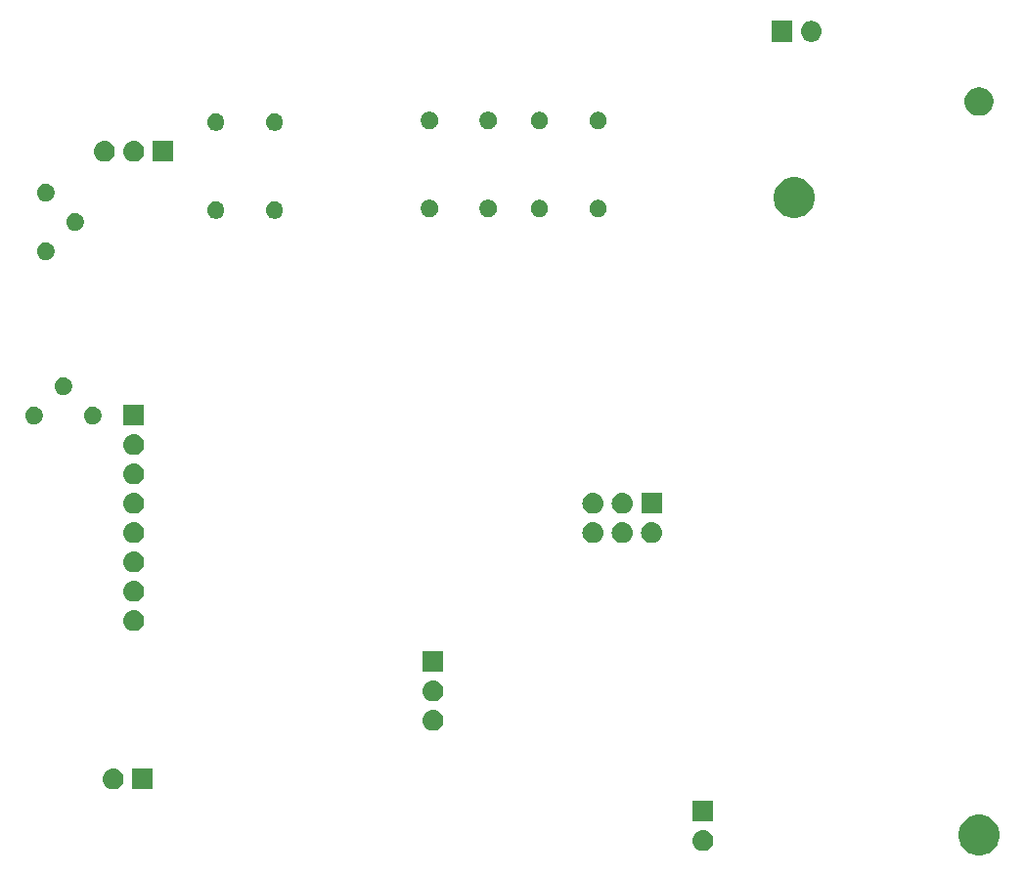
<source format=gbr>
G04 #@! TF.GenerationSoftware,KiCad,Pcbnew,5.1.4-e60b266~84~ubuntu16.04.1*
G04 #@! TF.CreationDate,2019-10-09T19:58:53-07:00*
G04 #@! TF.ProjectId,birdEar,62697264-4561-4722-9e6b-696361645f70,rev?*
G04 #@! TF.SameCoordinates,Original*
G04 #@! TF.FileFunction,Soldermask,Bot*
G04 #@! TF.FilePolarity,Negative*
%FSLAX46Y46*%
G04 Gerber Fmt 4.6, Leading zero omitted, Abs format (unit mm)*
G04 Created by KiCad (PCBNEW 5.1.4-e60b266~84~ubuntu16.04.1) date 2019-10-09 19:58:53*
%MOMM*%
%LPD*%
G04 APERTURE LIST*
%ADD10C,0.100000*%
G04 APERTURE END LIST*
D10*
G36*
X159048039Y-148932250D02*
G01*
X159237372Y-149010675D01*
X159371251Y-149066129D01*
X159662134Y-149260491D01*
X159909509Y-149507866D01*
X160103871Y-149798749D01*
X160103871Y-149798750D01*
X160237750Y-150121961D01*
X160306000Y-150465078D01*
X160306000Y-150814922D01*
X160237750Y-151158039D01*
X160159325Y-151347372D01*
X160103871Y-151481251D01*
X159909509Y-151772134D01*
X159662134Y-152019509D01*
X159371251Y-152213871D01*
X159237372Y-152269325D01*
X159048039Y-152347750D01*
X158704922Y-152416000D01*
X158355078Y-152416000D01*
X158011961Y-152347750D01*
X157822628Y-152269325D01*
X157688749Y-152213871D01*
X157397866Y-152019509D01*
X157150491Y-151772134D01*
X156956129Y-151481251D01*
X156900675Y-151347372D01*
X156822250Y-151158039D01*
X156754000Y-150814922D01*
X156754000Y-150465078D01*
X156822250Y-150121961D01*
X156956129Y-149798750D01*
X156956129Y-149798749D01*
X157150491Y-149507866D01*
X157397866Y-149260491D01*
X157688749Y-149066129D01*
X157822628Y-149010675D01*
X158011961Y-148932250D01*
X158355078Y-148864000D01*
X158704922Y-148864000D01*
X159048039Y-148932250D01*
X159048039Y-148932250D01*
G37*
G36*
X134730442Y-150235518D02*
G01*
X134796627Y-150242037D01*
X134966466Y-150293557D01*
X135122991Y-150377222D01*
X135158729Y-150406552D01*
X135260186Y-150489814D01*
X135343448Y-150591271D01*
X135372778Y-150627009D01*
X135456443Y-150783534D01*
X135507963Y-150953373D01*
X135525359Y-151130000D01*
X135507963Y-151306627D01*
X135456443Y-151476466D01*
X135372778Y-151632991D01*
X135343448Y-151668729D01*
X135260186Y-151770186D01*
X135158729Y-151853448D01*
X135122991Y-151882778D01*
X134966466Y-151966443D01*
X134796627Y-152017963D01*
X134730442Y-152024482D01*
X134664260Y-152031000D01*
X134575740Y-152031000D01*
X134509558Y-152024482D01*
X134443373Y-152017963D01*
X134273534Y-151966443D01*
X134117009Y-151882778D01*
X134081271Y-151853448D01*
X133979814Y-151770186D01*
X133896552Y-151668729D01*
X133867222Y-151632991D01*
X133783557Y-151476466D01*
X133732037Y-151306627D01*
X133714641Y-151130000D01*
X133732037Y-150953373D01*
X133783557Y-150783534D01*
X133867222Y-150627009D01*
X133896552Y-150591271D01*
X133979814Y-150489814D01*
X134081271Y-150406552D01*
X134117009Y-150377222D01*
X134273534Y-150293557D01*
X134443373Y-150242037D01*
X134509558Y-150235518D01*
X134575740Y-150229000D01*
X134664260Y-150229000D01*
X134730442Y-150235518D01*
X134730442Y-150235518D01*
G37*
G36*
X135521000Y-149491000D02*
G01*
X133719000Y-149491000D01*
X133719000Y-147689000D01*
X135521000Y-147689000D01*
X135521000Y-149491000D01*
X135521000Y-149491000D01*
G37*
G36*
X87007000Y-146697000D02*
G01*
X85205000Y-146697000D01*
X85205000Y-144895000D01*
X87007000Y-144895000D01*
X87007000Y-146697000D01*
X87007000Y-146697000D01*
G37*
G36*
X83676442Y-144901518D02*
G01*
X83742627Y-144908037D01*
X83912466Y-144959557D01*
X84068991Y-145043222D01*
X84104729Y-145072552D01*
X84206186Y-145155814D01*
X84289448Y-145257271D01*
X84318778Y-145293009D01*
X84402443Y-145449534D01*
X84453963Y-145619373D01*
X84471359Y-145796000D01*
X84453963Y-145972627D01*
X84402443Y-146142466D01*
X84318778Y-146298991D01*
X84289448Y-146334729D01*
X84206186Y-146436186D01*
X84104729Y-146519448D01*
X84068991Y-146548778D01*
X83912466Y-146632443D01*
X83742627Y-146683963D01*
X83676443Y-146690481D01*
X83610260Y-146697000D01*
X83521740Y-146697000D01*
X83455557Y-146690481D01*
X83389373Y-146683963D01*
X83219534Y-146632443D01*
X83063009Y-146548778D01*
X83027271Y-146519448D01*
X82925814Y-146436186D01*
X82842552Y-146334729D01*
X82813222Y-146298991D01*
X82729557Y-146142466D01*
X82678037Y-145972627D01*
X82660641Y-145796000D01*
X82678037Y-145619373D01*
X82729557Y-145449534D01*
X82813222Y-145293009D01*
X82842552Y-145257271D01*
X82925814Y-145155814D01*
X83027271Y-145072552D01*
X83063009Y-145043222D01*
X83219534Y-144959557D01*
X83389373Y-144908037D01*
X83455558Y-144901518D01*
X83521740Y-144895000D01*
X83610260Y-144895000D01*
X83676442Y-144901518D01*
X83676442Y-144901518D01*
G37*
G36*
X111362443Y-139821519D02*
G01*
X111428627Y-139828037D01*
X111598466Y-139879557D01*
X111754991Y-139963222D01*
X111790729Y-139992552D01*
X111892186Y-140075814D01*
X111975448Y-140177271D01*
X112004778Y-140213009D01*
X112088443Y-140369534D01*
X112139963Y-140539373D01*
X112157359Y-140716000D01*
X112139963Y-140892627D01*
X112088443Y-141062466D01*
X112004778Y-141218991D01*
X111975448Y-141254729D01*
X111892186Y-141356186D01*
X111790729Y-141439448D01*
X111754991Y-141468778D01*
X111598466Y-141552443D01*
X111428627Y-141603963D01*
X111362443Y-141610481D01*
X111296260Y-141617000D01*
X111207740Y-141617000D01*
X111141557Y-141610481D01*
X111075373Y-141603963D01*
X110905534Y-141552443D01*
X110749009Y-141468778D01*
X110713271Y-141439448D01*
X110611814Y-141356186D01*
X110528552Y-141254729D01*
X110499222Y-141218991D01*
X110415557Y-141062466D01*
X110364037Y-140892627D01*
X110346641Y-140716000D01*
X110364037Y-140539373D01*
X110415557Y-140369534D01*
X110499222Y-140213009D01*
X110528552Y-140177271D01*
X110611814Y-140075814D01*
X110713271Y-139992552D01*
X110749009Y-139963222D01*
X110905534Y-139879557D01*
X111075373Y-139828037D01*
X111141557Y-139821519D01*
X111207740Y-139815000D01*
X111296260Y-139815000D01*
X111362443Y-139821519D01*
X111362443Y-139821519D01*
G37*
G36*
X111362442Y-137281518D02*
G01*
X111428627Y-137288037D01*
X111598466Y-137339557D01*
X111754991Y-137423222D01*
X111790729Y-137452552D01*
X111892186Y-137535814D01*
X111975448Y-137637271D01*
X112004778Y-137673009D01*
X112088443Y-137829534D01*
X112139963Y-137999373D01*
X112157359Y-138176000D01*
X112139963Y-138352627D01*
X112088443Y-138522466D01*
X112004778Y-138678991D01*
X111975448Y-138714729D01*
X111892186Y-138816186D01*
X111790729Y-138899448D01*
X111754991Y-138928778D01*
X111598466Y-139012443D01*
X111428627Y-139063963D01*
X111362442Y-139070482D01*
X111296260Y-139077000D01*
X111207740Y-139077000D01*
X111141558Y-139070482D01*
X111075373Y-139063963D01*
X110905534Y-139012443D01*
X110749009Y-138928778D01*
X110713271Y-138899448D01*
X110611814Y-138816186D01*
X110528552Y-138714729D01*
X110499222Y-138678991D01*
X110415557Y-138522466D01*
X110364037Y-138352627D01*
X110346641Y-138176000D01*
X110364037Y-137999373D01*
X110415557Y-137829534D01*
X110499222Y-137673009D01*
X110528552Y-137637271D01*
X110611814Y-137535814D01*
X110713271Y-137452552D01*
X110749009Y-137423222D01*
X110905534Y-137339557D01*
X111075373Y-137288037D01*
X111141558Y-137281518D01*
X111207740Y-137275000D01*
X111296260Y-137275000D01*
X111362442Y-137281518D01*
X111362442Y-137281518D01*
G37*
G36*
X112153000Y-136537000D02*
G01*
X110351000Y-136537000D01*
X110351000Y-134735000D01*
X112153000Y-134735000D01*
X112153000Y-136537000D01*
X112153000Y-136537000D01*
G37*
G36*
X85454442Y-131185518D02*
G01*
X85520627Y-131192037D01*
X85690466Y-131243557D01*
X85846991Y-131327222D01*
X85882729Y-131356552D01*
X85984186Y-131439814D01*
X86067448Y-131541271D01*
X86096778Y-131577009D01*
X86180443Y-131733534D01*
X86231963Y-131903373D01*
X86249359Y-132080000D01*
X86231963Y-132256627D01*
X86180443Y-132426466D01*
X86096778Y-132582991D01*
X86067448Y-132618729D01*
X85984186Y-132720186D01*
X85882729Y-132803448D01*
X85846991Y-132832778D01*
X85690466Y-132916443D01*
X85520627Y-132967963D01*
X85454443Y-132974481D01*
X85388260Y-132981000D01*
X85299740Y-132981000D01*
X85233557Y-132974481D01*
X85167373Y-132967963D01*
X84997534Y-132916443D01*
X84841009Y-132832778D01*
X84805271Y-132803448D01*
X84703814Y-132720186D01*
X84620552Y-132618729D01*
X84591222Y-132582991D01*
X84507557Y-132426466D01*
X84456037Y-132256627D01*
X84438641Y-132080000D01*
X84456037Y-131903373D01*
X84507557Y-131733534D01*
X84591222Y-131577009D01*
X84620552Y-131541271D01*
X84703814Y-131439814D01*
X84805271Y-131356552D01*
X84841009Y-131327222D01*
X84997534Y-131243557D01*
X85167373Y-131192037D01*
X85233558Y-131185518D01*
X85299740Y-131179000D01*
X85388260Y-131179000D01*
X85454442Y-131185518D01*
X85454442Y-131185518D01*
G37*
G36*
X85454443Y-128645519D02*
G01*
X85520627Y-128652037D01*
X85690466Y-128703557D01*
X85846991Y-128787222D01*
X85882729Y-128816552D01*
X85984186Y-128899814D01*
X86067448Y-129001271D01*
X86096778Y-129037009D01*
X86180443Y-129193534D01*
X86231963Y-129363373D01*
X86249359Y-129540000D01*
X86231963Y-129716627D01*
X86180443Y-129886466D01*
X86096778Y-130042991D01*
X86067448Y-130078729D01*
X85984186Y-130180186D01*
X85882729Y-130263448D01*
X85846991Y-130292778D01*
X85690466Y-130376443D01*
X85520627Y-130427963D01*
X85454443Y-130434481D01*
X85388260Y-130441000D01*
X85299740Y-130441000D01*
X85233557Y-130434481D01*
X85167373Y-130427963D01*
X84997534Y-130376443D01*
X84841009Y-130292778D01*
X84805271Y-130263448D01*
X84703814Y-130180186D01*
X84620552Y-130078729D01*
X84591222Y-130042991D01*
X84507557Y-129886466D01*
X84456037Y-129716627D01*
X84438641Y-129540000D01*
X84456037Y-129363373D01*
X84507557Y-129193534D01*
X84591222Y-129037009D01*
X84620552Y-129001271D01*
X84703814Y-128899814D01*
X84805271Y-128816552D01*
X84841009Y-128787222D01*
X84997534Y-128703557D01*
X85167373Y-128652037D01*
X85233557Y-128645519D01*
X85299740Y-128639000D01*
X85388260Y-128639000D01*
X85454443Y-128645519D01*
X85454443Y-128645519D01*
G37*
G36*
X85454443Y-126105519D02*
G01*
X85520627Y-126112037D01*
X85690466Y-126163557D01*
X85846991Y-126247222D01*
X85882729Y-126276552D01*
X85984186Y-126359814D01*
X86067448Y-126461271D01*
X86096778Y-126497009D01*
X86180443Y-126653534D01*
X86231963Y-126823373D01*
X86249359Y-127000000D01*
X86231963Y-127176627D01*
X86180443Y-127346466D01*
X86096778Y-127502991D01*
X86067448Y-127538729D01*
X85984186Y-127640186D01*
X85882729Y-127723448D01*
X85846991Y-127752778D01*
X85690466Y-127836443D01*
X85520627Y-127887963D01*
X85454442Y-127894482D01*
X85388260Y-127901000D01*
X85299740Y-127901000D01*
X85233558Y-127894482D01*
X85167373Y-127887963D01*
X84997534Y-127836443D01*
X84841009Y-127752778D01*
X84805271Y-127723448D01*
X84703814Y-127640186D01*
X84620552Y-127538729D01*
X84591222Y-127502991D01*
X84507557Y-127346466D01*
X84456037Y-127176627D01*
X84438641Y-127000000D01*
X84456037Y-126823373D01*
X84507557Y-126653534D01*
X84591222Y-126497009D01*
X84620552Y-126461271D01*
X84703814Y-126359814D01*
X84805271Y-126276552D01*
X84841009Y-126247222D01*
X84997534Y-126163557D01*
X85167373Y-126112037D01*
X85233557Y-126105519D01*
X85299740Y-126099000D01*
X85388260Y-126099000D01*
X85454443Y-126105519D01*
X85454443Y-126105519D01*
G37*
G36*
X85454442Y-123565518D02*
G01*
X85520627Y-123572037D01*
X85690466Y-123623557D01*
X85846991Y-123707222D01*
X85882729Y-123736552D01*
X85984186Y-123819814D01*
X86067448Y-123921271D01*
X86096778Y-123957009D01*
X86180443Y-124113534D01*
X86231963Y-124283373D01*
X86249359Y-124460000D01*
X86231963Y-124636627D01*
X86180443Y-124806466D01*
X86096778Y-124962991D01*
X86067448Y-124998729D01*
X85984186Y-125100186D01*
X85882729Y-125183448D01*
X85846991Y-125212778D01*
X85690466Y-125296443D01*
X85520627Y-125347963D01*
X85454442Y-125354482D01*
X85388260Y-125361000D01*
X85299740Y-125361000D01*
X85233558Y-125354482D01*
X85167373Y-125347963D01*
X84997534Y-125296443D01*
X84841009Y-125212778D01*
X84805271Y-125183448D01*
X84703814Y-125100186D01*
X84620552Y-124998729D01*
X84591222Y-124962991D01*
X84507557Y-124806466D01*
X84456037Y-124636627D01*
X84438641Y-124460000D01*
X84456037Y-124283373D01*
X84507557Y-124113534D01*
X84591222Y-123957009D01*
X84620552Y-123921271D01*
X84703814Y-123819814D01*
X84805271Y-123736552D01*
X84841009Y-123707222D01*
X84997534Y-123623557D01*
X85167373Y-123572037D01*
X85233558Y-123565518D01*
X85299740Y-123559000D01*
X85388260Y-123559000D01*
X85454442Y-123565518D01*
X85454442Y-123565518D01*
G37*
G36*
X125205442Y-123565518D02*
G01*
X125271627Y-123572037D01*
X125441466Y-123623557D01*
X125597991Y-123707222D01*
X125633729Y-123736552D01*
X125735186Y-123819814D01*
X125818448Y-123921271D01*
X125847778Y-123957009D01*
X125931443Y-124113534D01*
X125982963Y-124283373D01*
X126000359Y-124460000D01*
X125982963Y-124636627D01*
X125931443Y-124806466D01*
X125847778Y-124962991D01*
X125818448Y-124998729D01*
X125735186Y-125100186D01*
X125633729Y-125183448D01*
X125597991Y-125212778D01*
X125441466Y-125296443D01*
X125271627Y-125347963D01*
X125205442Y-125354482D01*
X125139260Y-125361000D01*
X125050740Y-125361000D01*
X124984558Y-125354482D01*
X124918373Y-125347963D01*
X124748534Y-125296443D01*
X124592009Y-125212778D01*
X124556271Y-125183448D01*
X124454814Y-125100186D01*
X124371552Y-124998729D01*
X124342222Y-124962991D01*
X124258557Y-124806466D01*
X124207037Y-124636627D01*
X124189641Y-124460000D01*
X124207037Y-124283373D01*
X124258557Y-124113534D01*
X124342222Y-123957009D01*
X124371552Y-123921271D01*
X124454814Y-123819814D01*
X124556271Y-123736552D01*
X124592009Y-123707222D01*
X124748534Y-123623557D01*
X124918373Y-123572037D01*
X124984558Y-123565518D01*
X125050740Y-123559000D01*
X125139260Y-123559000D01*
X125205442Y-123565518D01*
X125205442Y-123565518D01*
G37*
G36*
X130285442Y-123565518D02*
G01*
X130351627Y-123572037D01*
X130521466Y-123623557D01*
X130677991Y-123707222D01*
X130713729Y-123736552D01*
X130815186Y-123819814D01*
X130898448Y-123921271D01*
X130927778Y-123957009D01*
X131011443Y-124113534D01*
X131062963Y-124283373D01*
X131080359Y-124460000D01*
X131062963Y-124636627D01*
X131011443Y-124806466D01*
X130927778Y-124962991D01*
X130898448Y-124998729D01*
X130815186Y-125100186D01*
X130713729Y-125183448D01*
X130677991Y-125212778D01*
X130521466Y-125296443D01*
X130351627Y-125347963D01*
X130285442Y-125354482D01*
X130219260Y-125361000D01*
X130130740Y-125361000D01*
X130064558Y-125354482D01*
X129998373Y-125347963D01*
X129828534Y-125296443D01*
X129672009Y-125212778D01*
X129636271Y-125183448D01*
X129534814Y-125100186D01*
X129451552Y-124998729D01*
X129422222Y-124962991D01*
X129338557Y-124806466D01*
X129287037Y-124636627D01*
X129269641Y-124460000D01*
X129287037Y-124283373D01*
X129338557Y-124113534D01*
X129422222Y-123957009D01*
X129451552Y-123921271D01*
X129534814Y-123819814D01*
X129636271Y-123736552D01*
X129672009Y-123707222D01*
X129828534Y-123623557D01*
X129998373Y-123572037D01*
X130064558Y-123565518D01*
X130130740Y-123559000D01*
X130219260Y-123559000D01*
X130285442Y-123565518D01*
X130285442Y-123565518D01*
G37*
G36*
X127745442Y-123565518D02*
G01*
X127811627Y-123572037D01*
X127981466Y-123623557D01*
X128137991Y-123707222D01*
X128173729Y-123736552D01*
X128275186Y-123819814D01*
X128358448Y-123921271D01*
X128387778Y-123957009D01*
X128471443Y-124113534D01*
X128522963Y-124283373D01*
X128540359Y-124460000D01*
X128522963Y-124636627D01*
X128471443Y-124806466D01*
X128387778Y-124962991D01*
X128358448Y-124998729D01*
X128275186Y-125100186D01*
X128173729Y-125183448D01*
X128137991Y-125212778D01*
X127981466Y-125296443D01*
X127811627Y-125347963D01*
X127745442Y-125354482D01*
X127679260Y-125361000D01*
X127590740Y-125361000D01*
X127524558Y-125354482D01*
X127458373Y-125347963D01*
X127288534Y-125296443D01*
X127132009Y-125212778D01*
X127096271Y-125183448D01*
X126994814Y-125100186D01*
X126911552Y-124998729D01*
X126882222Y-124962991D01*
X126798557Y-124806466D01*
X126747037Y-124636627D01*
X126729641Y-124460000D01*
X126747037Y-124283373D01*
X126798557Y-124113534D01*
X126882222Y-123957009D01*
X126911552Y-123921271D01*
X126994814Y-123819814D01*
X127096271Y-123736552D01*
X127132009Y-123707222D01*
X127288534Y-123623557D01*
X127458373Y-123572037D01*
X127524558Y-123565518D01*
X127590740Y-123559000D01*
X127679260Y-123559000D01*
X127745442Y-123565518D01*
X127745442Y-123565518D01*
G37*
G36*
X125205442Y-121025518D02*
G01*
X125271627Y-121032037D01*
X125441466Y-121083557D01*
X125597991Y-121167222D01*
X125633729Y-121196552D01*
X125735186Y-121279814D01*
X125818448Y-121381271D01*
X125847778Y-121417009D01*
X125931443Y-121573534D01*
X125982963Y-121743373D01*
X126000359Y-121920000D01*
X125982963Y-122096627D01*
X125931443Y-122266466D01*
X125847778Y-122422991D01*
X125818448Y-122458729D01*
X125735186Y-122560186D01*
X125633729Y-122643448D01*
X125597991Y-122672778D01*
X125441466Y-122756443D01*
X125271627Y-122807963D01*
X125205443Y-122814481D01*
X125139260Y-122821000D01*
X125050740Y-122821000D01*
X124984557Y-122814481D01*
X124918373Y-122807963D01*
X124748534Y-122756443D01*
X124592009Y-122672778D01*
X124556271Y-122643448D01*
X124454814Y-122560186D01*
X124371552Y-122458729D01*
X124342222Y-122422991D01*
X124258557Y-122266466D01*
X124207037Y-122096627D01*
X124189641Y-121920000D01*
X124207037Y-121743373D01*
X124258557Y-121573534D01*
X124342222Y-121417009D01*
X124371552Y-121381271D01*
X124454814Y-121279814D01*
X124556271Y-121196552D01*
X124592009Y-121167222D01*
X124748534Y-121083557D01*
X124918373Y-121032037D01*
X124984558Y-121025518D01*
X125050740Y-121019000D01*
X125139260Y-121019000D01*
X125205442Y-121025518D01*
X125205442Y-121025518D01*
G37*
G36*
X127745442Y-121025518D02*
G01*
X127811627Y-121032037D01*
X127981466Y-121083557D01*
X128137991Y-121167222D01*
X128173729Y-121196552D01*
X128275186Y-121279814D01*
X128358448Y-121381271D01*
X128387778Y-121417009D01*
X128471443Y-121573534D01*
X128522963Y-121743373D01*
X128540359Y-121920000D01*
X128522963Y-122096627D01*
X128471443Y-122266466D01*
X128387778Y-122422991D01*
X128358448Y-122458729D01*
X128275186Y-122560186D01*
X128173729Y-122643448D01*
X128137991Y-122672778D01*
X127981466Y-122756443D01*
X127811627Y-122807963D01*
X127745443Y-122814481D01*
X127679260Y-122821000D01*
X127590740Y-122821000D01*
X127524557Y-122814481D01*
X127458373Y-122807963D01*
X127288534Y-122756443D01*
X127132009Y-122672778D01*
X127096271Y-122643448D01*
X126994814Y-122560186D01*
X126911552Y-122458729D01*
X126882222Y-122422991D01*
X126798557Y-122266466D01*
X126747037Y-122096627D01*
X126729641Y-121920000D01*
X126747037Y-121743373D01*
X126798557Y-121573534D01*
X126882222Y-121417009D01*
X126911552Y-121381271D01*
X126994814Y-121279814D01*
X127096271Y-121196552D01*
X127132009Y-121167222D01*
X127288534Y-121083557D01*
X127458373Y-121032037D01*
X127524558Y-121025518D01*
X127590740Y-121019000D01*
X127679260Y-121019000D01*
X127745442Y-121025518D01*
X127745442Y-121025518D01*
G37*
G36*
X131076000Y-122821000D02*
G01*
X129274000Y-122821000D01*
X129274000Y-121019000D01*
X131076000Y-121019000D01*
X131076000Y-122821000D01*
X131076000Y-122821000D01*
G37*
G36*
X85454442Y-121025518D02*
G01*
X85520627Y-121032037D01*
X85690466Y-121083557D01*
X85846991Y-121167222D01*
X85882729Y-121196552D01*
X85984186Y-121279814D01*
X86067448Y-121381271D01*
X86096778Y-121417009D01*
X86180443Y-121573534D01*
X86231963Y-121743373D01*
X86249359Y-121920000D01*
X86231963Y-122096627D01*
X86180443Y-122266466D01*
X86096778Y-122422991D01*
X86067448Y-122458729D01*
X85984186Y-122560186D01*
X85882729Y-122643448D01*
X85846991Y-122672778D01*
X85690466Y-122756443D01*
X85520627Y-122807963D01*
X85454443Y-122814481D01*
X85388260Y-122821000D01*
X85299740Y-122821000D01*
X85233557Y-122814481D01*
X85167373Y-122807963D01*
X84997534Y-122756443D01*
X84841009Y-122672778D01*
X84805271Y-122643448D01*
X84703814Y-122560186D01*
X84620552Y-122458729D01*
X84591222Y-122422991D01*
X84507557Y-122266466D01*
X84456037Y-122096627D01*
X84438641Y-121920000D01*
X84456037Y-121743373D01*
X84507557Y-121573534D01*
X84591222Y-121417009D01*
X84620552Y-121381271D01*
X84703814Y-121279814D01*
X84805271Y-121196552D01*
X84841009Y-121167222D01*
X84997534Y-121083557D01*
X85167373Y-121032037D01*
X85233558Y-121025518D01*
X85299740Y-121019000D01*
X85388260Y-121019000D01*
X85454442Y-121025518D01*
X85454442Y-121025518D01*
G37*
G36*
X85454442Y-118485518D02*
G01*
X85520627Y-118492037D01*
X85690466Y-118543557D01*
X85846991Y-118627222D01*
X85882729Y-118656552D01*
X85984186Y-118739814D01*
X86067448Y-118841271D01*
X86096778Y-118877009D01*
X86180443Y-119033534D01*
X86231963Y-119203373D01*
X86249359Y-119380000D01*
X86231963Y-119556627D01*
X86180443Y-119726466D01*
X86096778Y-119882991D01*
X86067448Y-119918729D01*
X85984186Y-120020186D01*
X85882729Y-120103448D01*
X85846991Y-120132778D01*
X85690466Y-120216443D01*
X85520627Y-120267963D01*
X85454442Y-120274482D01*
X85388260Y-120281000D01*
X85299740Y-120281000D01*
X85233558Y-120274482D01*
X85167373Y-120267963D01*
X84997534Y-120216443D01*
X84841009Y-120132778D01*
X84805271Y-120103448D01*
X84703814Y-120020186D01*
X84620552Y-119918729D01*
X84591222Y-119882991D01*
X84507557Y-119726466D01*
X84456037Y-119556627D01*
X84438641Y-119380000D01*
X84456037Y-119203373D01*
X84507557Y-119033534D01*
X84591222Y-118877009D01*
X84620552Y-118841271D01*
X84703814Y-118739814D01*
X84805271Y-118656552D01*
X84841009Y-118627222D01*
X84997534Y-118543557D01*
X85167373Y-118492037D01*
X85233558Y-118485518D01*
X85299740Y-118479000D01*
X85388260Y-118479000D01*
X85454442Y-118485518D01*
X85454442Y-118485518D01*
G37*
G36*
X85454442Y-115945518D02*
G01*
X85520627Y-115952037D01*
X85690466Y-116003557D01*
X85846991Y-116087222D01*
X85882729Y-116116552D01*
X85984186Y-116199814D01*
X86067448Y-116301271D01*
X86096778Y-116337009D01*
X86180443Y-116493534D01*
X86231963Y-116663373D01*
X86249359Y-116840000D01*
X86231963Y-117016627D01*
X86180443Y-117186466D01*
X86096778Y-117342991D01*
X86067448Y-117378729D01*
X85984186Y-117480186D01*
X85882729Y-117563448D01*
X85846991Y-117592778D01*
X85690466Y-117676443D01*
X85520627Y-117727963D01*
X85454442Y-117734482D01*
X85388260Y-117741000D01*
X85299740Y-117741000D01*
X85233558Y-117734482D01*
X85167373Y-117727963D01*
X84997534Y-117676443D01*
X84841009Y-117592778D01*
X84805271Y-117563448D01*
X84703814Y-117480186D01*
X84620552Y-117378729D01*
X84591222Y-117342991D01*
X84507557Y-117186466D01*
X84456037Y-117016627D01*
X84438641Y-116840000D01*
X84456037Y-116663373D01*
X84507557Y-116493534D01*
X84591222Y-116337009D01*
X84620552Y-116301271D01*
X84703814Y-116199814D01*
X84805271Y-116116552D01*
X84841009Y-116087222D01*
X84997534Y-116003557D01*
X85167373Y-115952037D01*
X85233558Y-115945518D01*
X85299740Y-115939000D01*
X85388260Y-115939000D01*
X85454442Y-115945518D01*
X85454442Y-115945518D01*
G37*
G36*
X86245000Y-115201000D02*
G01*
X84443000Y-115201000D01*
X84443000Y-113399000D01*
X86245000Y-113399000D01*
X86245000Y-115201000D01*
X86245000Y-115201000D01*
G37*
G36*
X81913589Y-113538876D02*
G01*
X82012893Y-113558629D01*
X82153206Y-113616748D01*
X82279484Y-113701125D01*
X82386875Y-113808516D01*
X82471252Y-113934794D01*
X82529371Y-114075107D01*
X82559000Y-114224063D01*
X82559000Y-114375937D01*
X82529371Y-114524893D01*
X82471252Y-114665206D01*
X82386875Y-114791484D01*
X82279484Y-114898875D01*
X82153206Y-114983252D01*
X82012893Y-115041371D01*
X81913589Y-115061124D01*
X81863938Y-115071000D01*
X81712062Y-115071000D01*
X81662411Y-115061124D01*
X81563107Y-115041371D01*
X81422794Y-114983252D01*
X81296516Y-114898875D01*
X81189125Y-114791484D01*
X81104748Y-114665206D01*
X81046629Y-114524893D01*
X81017000Y-114375937D01*
X81017000Y-114224063D01*
X81046629Y-114075107D01*
X81104748Y-113934794D01*
X81189125Y-113808516D01*
X81296516Y-113701125D01*
X81422794Y-113616748D01*
X81563107Y-113558629D01*
X81662411Y-113538876D01*
X81712062Y-113529000D01*
X81863938Y-113529000D01*
X81913589Y-113538876D01*
X81913589Y-113538876D01*
G37*
G36*
X76833589Y-113538876D02*
G01*
X76932893Y-113558629D01*
X77073206Y-113616748D01*
X77199484Y-113701125D01*
X77306875Y-113808516D01*
X77391252Y-113934794D01*
X77449371Y-114075107D01*
X77479000Y-114224063D01*
X77479000Y-114375937D01*
X77449371Y-114524893D01*
X77391252Y-114665206D01*
X77306875Y-114791484D01*
X77199484Y-114898875D01*
X77073206Y-114983252D01*
X76932893Y-115041371D01*
X76833589Y-115061124D01*
X76783938Y-115071000D01*
X76632062Y-115071000D01*
X76582411Y-115061124D01*
X76483107Y-115041371D01*
X76342794Y-114983252D01*
X76216516Y-114898875D01*
X76109125Y-114791484D01*
X76024748Y-114665206D01*
X75966629Y-114524893D01*
X75937000Y-114375937D01*
X75937000Y-114224063D01*
X75966629Y-114075107D01*
X76024748Y-113934794D01*
X76109125Y-113808516D01*
X76216516Y-113701125D01*
X76342794Y-113616748D01*
X76483107Y-113558629D01*
X76582411Y-113538876D01*
X76632062Y-113529000D01*
X76783938Y-113529000D01*
X76833589Y-113538876D01*
X76833589Y-113538876D01*
G37*
G36*
X79373589Y-110998876D02*
G01*
X79472893Y-111018629D01*
X79613206Y-111076748D01*
X79739484Y-111161125D01*
X79846875Y-111268516D01*
X79931252Y-111394794D01*
X79989371Y-111535107D01*
X80019000Y-111684063D01*
X80019000Y-111835937D01*
X79989371Y-111984893D01*
X79931252Y-112125206D01*
X79846875Y-112251484D01*
X79739484Y-112358875D01*
X79613206Y-112443252D01*
X79472893Y-112501371D01*
X79373589Y-112521124D01*
X79323938Y-112531000D01*
X79172062Y-112531000D01*
X79122411Y-112521124D01*
X79023107Y-112501371D01*
X78882794Y-112443252D01*
X78756516Y-112358875D01*
X78649125Y-112251484D01*
X78564748Y-112125206D01*
X78506629Y-111984893D01*
X78477000Y-111835937D01*
X78477000Y-111684063D01*
X78506629Y-111535107D01*
X78564748Y-111394794D01*
X78649125Y-111268516D01*
X78756516Y-111161125D01*
X78882794Y-111076748D01*
X79023107Y-111018629D01*
X79122411Y-110998876D01*
X79172062Y-110989000D01*
X79323938Y-110989000D01*
X79373589Y-110998876D01*
X79373589Y-110998876D01*
G37*
G36*
X77849589Y-99314876D02*
G01*
X77948893Y-99334629D01*
X78089206Y-99392748D01*
X78215484Y-99477125D01*
X78322875Y-99584516D01*
X78407252Y-99710794D01*
X78465371Y-99851107D01*
X78495000Y-100000063D01*
X78495000Y-100151937D01*
X78465371Y-100300893D01*
X78407252Y-100441206D01*
X78322875Y-100567484D01*
X78215484Y-100674875D01*
X78089206Y-100759252D01*
X77948893Y-100817371D01*
X77849589Y-100837124D01*
X77799938Y-100847000D01*
X77648062Y-100847000D01*
X77598411Y-100837124D01*
X77499107Y-100817371D01*
X77358794Y-100759252D01*
X77232516Y-100674875D01*
X77125125Y-100567484D01*
X77040748Y-100441206D01*
X76982629Y-100300893D01*
X76953000Y-100151937D01*
X76953000Y-100000063D01*
X76982629Y-99851107D01*
X77040748Y-99710794D01*
X77125125Y-99584516D01*
X77232516Y-99477125D01*
X77358794Y-99392748D01*
X77499107Y-99334629D01*
X77598411Y-99314876D01*
X77648062Y-99305000D01*
X77799938Y-99305000D01*
X77849589Y-99314876D01*
X77849589Y-99314876D01*
G37*
G36*
X80389589Y-96774876D02*
G01*
X80488893Y-96794629D01*
X80629206Y-96852748D01*
X80755484Y-96937125D01*
X80862875Y-97044516D01*
X80947252Y-97170794D01*
X81005371Y-97311107D01*
X81035000Y-97460063D01*
X81035000Y-97611937D01*
X81005371Y-97760893D01*
X80947252Y-97901206D01*
X80862875Y-98027484D01*
X80755484Y-98134875D01*
X80629206Y-98219252D01*
X80488893Y-98277371D01*
X80389589Y-98297124D01*
X80339938Y-98307000D01*
X80188062Y-98307000D01*
X80138411Y-98297124D01*
X80039107Y-98277371D01*
X79898794Y-98219252D01*
X79772516Y-98134875D01*
X79665125Y-98027484D01*
X79580748Y-97901206D01*
X79522629Y-97760893D01*
X79493000Y-97611937D01*
X79493000Y-97460063D01*
X79522629Y-97311107D01*
X79580748Y-97170794D01*
X79665125Y-97044516D01*
X79772516Y-96937125D01*
X79898794Y-96852748D01*
X80039107Y-96794629D01*
X80138411Y-96774876D01*
X80188062Y-96765000D01*
X80339938Y-96765000D01*
X80389589Y-96774876D01*
X80389589Y-96774876D01*
G37*
G36*
X92550425Y-95774599D02*
G01*
X92674621Y-95799302D01*
X92811022Y-95855801D01*
X92933779Y-95937825D01*
X93038175Y-96042221D01*
X93120199Y-96164978D01*
X93176698Y-96301379D01*
X93201401Y-96425575D01*
X93205031Y-96443820D01*
X93205500Y-96446181D01*
X93205500Y-96593819D01*
X93176698Y-96738621D01*
X93120199Y-96875022D01*
X93038175Y-96997779D01*
X92933779Y-97102175D01*
X92811022Y-97184199D01*
X92674621Y-97240698D01*
X92550425Y-97265401D01*
X92529820Y-97269500D01*
X92382180Y-97269500D01*
X92361575Y-97265401D01*
X92237379Y-97240698D01*
X92100978Y-97184199D01*
X91978221Y-97102175D01*
X91873825Y-96997779D01*
X91791801Y-96875022D01*
X91735302Y-96738621D01*
X91706500Y-96593819D01*
X91706500Y-96446181D01*
X91706970Y-96443820D01*
X91710599Y-96425575D01*
X91735302Y-96301379D01*
X91791801Y-96164978D01*
X91873825Y-96042221D01*
X91978221Y-95937825D01*
X92100978Y-95855801D01*
X92237379Y-95799302D01*
X92361575Y-95774599D01*
X92382180Y-95770500D01*
X92529820Y-95770500D01*
X92550425Y-95774599D01*
X92550425Y-95774599D01*
G37*
G36*
X97630425Y-95774599D02*
G01*
X97754621Y-95799302D01*
X97891022Y-95855801D01*
X98013779Y-95937825D01*
X98118175Y-96042221D01*
X98200199Y-96164978D01*
X98256698Y-96301379D01*
X98281401Y-96425575D01*
X98285031Y-96443820D01*
X98285500Y-96446181D01*
X98285500Y-96593819D01*
X98256698Y-96738621D01*
X98200199Y-96875022D01*
X98118175Y-96997779D01*
X98013779Y-97102175D01*
X97891022Y-97184199D01*
X97754621Y-97240698D01*
X97630425Y-97265401D01*
X97609820Y-97269500D01*
X97462180Y-97269500D01*
X97441575Y-97265401D01*
X97317379Y-97240698D01*
X97180978Y-97184199D01*
X97058221Y-97102175D01*
X96953825Y-96997779D01*
X96871801Y-96875022D01*
X96815302Y-96738621D01*
X96786500Y-96593819D01*
X96786500Y-96446181D01*
X96786970Y-96443820D01*
X96790599Y-96425575D01*
X96815302Y-96301379D01*
X96871801Y-96164978D01*
X96953825Y-96042221D01*
X97058221Y-95937825D01*
X97180978Y-95855801D01*
X97317379Y-95799302D01*
X97441575Y-95774599D01*
X97462180Y-95770500D01*
X97609820Y-95770500D01*
X97630425Y-95774599D01*
X97630425Y-95774599D01*
G37*
G36*
X143048039Y-93732250D02*
G01*
X143237372Y-93810675D01*
X143371251Y-93866129D01*
X143662134Y-94060491D01*
X143909509Y-94307866D01*
X144103871Y-94598749D01*
X144103871Y-94598750D01*
X144237750Y-94921961D01*
X144306000Y-95265078D01*
X144306000Y-95614922D01*
X144237750Y-95958039D01*
X144202879Y-96042224D01*
X144103871Y-96281251D01*
X143909509Y-96572134D01*
X143662134Y-96819509D01*
X143371251Y-97013871D01*
X143237372Y-97069325D01*
X143048039Y-97147750D01*
X142704922Y-97216000D01*
X142355078Y-97216000D01*
X142011961Y-97147750D01*
X141822628Y-97069325D01*
X141688749Y-97013871D01*
X141397866Y-96819509D01*
X141150491Y-96572134D01*
X140956129Y-96281251D01*
X140857121Y-96042224D01*
X140822250Y-95958039D01*
X140754000Y-95614922D01*
X140754000Y-95265078D01*
X140822250Y-94921961D01*
X140956129Y-94598750D01*
X140956129Y-94598749D01*
X141150491Y-94307866D01*
X141397866Y-94060491D01*
X141688749Y-93866129D01*
X141822628Y-93810675D01*
X142011961Y-93732250D01*
X142355078Y-93664000D01*
X142704922Y-93664000D01*
X143048039Y-93732250D01*
X143048039Y-93732250D01*
G37*
G36*
X116124425Y-95624599D02*
G01*
X116248621Y-95649302D01*
X116385022Y-95705801D01*
X116507779Y-95787825D01*
X116612175Y-95892221D01*
X116694199Y-96014978D01*
X116750698Y-96151379D01*
X116775401Y-96275575D01*
X116779500Y-96296180D01*
X116779500Y-96443820D01*
X116779030Y-96446181D01*
X116750698Y-96588621D01*
X116694199Y-96725022D01*
X116612175Y-96847779D01*
X116507779Y-96952175D01*
X116385022Y-97034199D01*
X116248621Y-97090698D01*
X116124425Y-97115401D01*
X116103820Y-97119500D01*
X115956180Y-97119500D01*
X115935575Y-97115401D01*
X115811379Y-97090698D01*
X115674978Y-97034199D01*
X115552221Y-96952175D01*
X115447825Y-96847779D01*
X115365801Y-96725022D01*
X115309302Y-96588621D01*
X115280970Y-96446181D01*
X115280500Y-96443820D01*
X115280500Y-96296180D01*
X115284599Y-96275575D01*
X115309302Y-96151379D01*
X115365801Y-96014978D01*
X115447825Y-95892221D01*
X115552221Y-95787825D01*
X115674978Y-95705801D01*
X115811379Y-95649302D01*
X115935575Y-95624599D01*
X115956180Y-95620500D01*
X116103820Y-95620500D01*
X116124425Y-95624599D01*
X116124425Y-95624599D01*
G37*
G36*
X125649425Y-95624599D02*
G01*
X125773621Y-95649302D01*
X125910022Y-95705801D01*
X126032779Y-95787825D01*
X126137175Y-95892221D01*
X126219199Y-96014978D01*
X126275698Y-96151379D01*
X126300401Y-96275575D01*
X126304500Y-96296180D01*
X126304500Y-96443820D01*
X126304030Y-96446181D01*
X126275698Y-96588621D01*
X126219199Y-96725022D01*
X126137175Y-96847779D01*
X126032779Y-96952175D01*
X125910022Y-97034199D01*
X125773621Y-97090698D01*
X125649425Y-97115401D01*
X125628820Y-97119500D01*
X125481180Y-97119500D01*
X125460575Y-97115401D01*
X125336379Y-97090698D01*
X125199978Y-97034199D01*
X125077221Y-96952175D01*
X124972825Y-96847779D01*
X124890801Y-96725022D01*
X124834302Y-96588621D01*
X124805970Y-96446181D01*
X124805500Y-96443820D01*
X124805500Y-96296180D01*
X124809599Y-96275575D01*
X124834302Y-96151379D01*
X124890801Y-96014978D01*
X124972825Y-95892221D01*
X125077221Y-95787825D01*
X125199978Y-95705801D01*
X125336379Y-95649302D01*
X125460575Y-95624599D01*
X125481180Y-95620500D01*
X125628820Y-95620500D01*
X125649425Y-95624599D01*
X125649425Y-95624599D01*
G37*
G36*
X120569425Y-95624599D02*
G01*
X120693621Y-95649302D01*
X120830022Y-95705801D01*
X120952779Y-95787825D01*
X121057175Y-95892221D01*
X121139199Y-96014978D01*
X121195698Y-96151379D01*
X121220401Y-96275575D01*
X121224500Y-96296180D01*
X121224500Y-96443820D01*
X121224030Y-96446181D01*
X121195698Y-96588621D01*
X121139199Y-96725022D01*
X121057175Y-96847779D01*
X120952779Y-96952175D01*
X120830022Y-97034199D01*
X120693621Y-97090698D01*
X120569425Y-97115401D01*
X120548820Y-97119500D01*
X120401180Y-97119500D01*
X120380575Y-97115401D01*
X120256379Y-97090698D01*
X120119978Y-97034199D01*
X119997221Y-96952175D01*
X119892825Y-96847779D01*
X119810801Y-96725022D01*
X119754302Y-96588621D01*
X119725970Y-96446181D01*
X119725500Y-96443820D01*
X119725500Y-96296180D01*
X119729599Y-96275575D01*
X119754302Y-96151379D01*
X119810801Y-96014978D01*
X119892825Y-95892221D01*
X119997221Y-95787825D01*
X120119978Y-95705801D01*
X120256379Y-95649302D01*
X120380575Y-95624599D01*
X120401180Y-95620500D01*
X120548820Y-95620500D01*
X120569425Y-95624599D01*
X120569425Y-95624599D01*
G37*
G36*
X111044425Y-95624599D02*
G01*
X111168621Y-95649302D01*
X111305022Y-95705801D01*
X111427779Y-95787825D01*
X111532175Y-95892221D01*
X111614199Y-96014978D01*
X111670698Y-96151379D01*
X111695401Y-96275575D01*
X111699500Y-96296180D01*
X111699500Y-96443820D01*
X111699030Y-96446181D01*
X111670698Y-96588621D01*
X111614199Y-96725022D01*
X111532175Y-96847779D01*
X111427779Y-96952175D01*
X111305022Y-97034199D01*
X111168621Y-97090698D01*
X111044425Y-97115401D01*
X111023820Y-97119500D01*
X110876180Y-97119500D01*
X110855575Y-97115401D01*
X110731379Y-97090698D01*
X110594978Y-97034199D01*
X110472221Y-96952175D01*
X110367825Y-96847779D01*
X110285801Y-96725022D01*
X110229302Y-96588621D01*
X110200970Y-96446181D01*
X110200500Y-96443820D01*
X110200500Y-96296180D01*
X110204599Y-96275575D01*
X110229302Y-96151379D01*
X110285801Y-96014978D01*
X110367825Y-95892221D01*
X110472221Y-95787825D01*
X110594978Y-95705801D01*
X110731379Y-95649302D01*
X110855575Y-95624599D01*
X110876180Y-95620500D01*
X111023820Y-95620500D01*
X111044425Y-95624599D01*
X111044425Y-95624599D01*
G37*
G36*
X77849589Y-94234876D02*
G01*
X77948893Y-94254629D01*
X78089206Y-94312748D01*
X78215484Y-94397125D01*
X78322875Y-94504516D01*
X78407252Y-94630794D01*
X78465371Y-94771107D01*
X78495000Y-94920063D01*
X78495000Y-95071937D01*
X78465371Y-95220893D01*
X78407252Y-95361206D01*
X78322875Y-95487484D01*
X78215484Y-95594875D01*
X78089206Y-95679252D01*
X77948893Y-95737371D01*
X77849589Y-95757124D01*
X77799938Y-95767000D01*
X77648062Y-95767000D01*
X77598411Y-95757124D01*
X77499107Y-95737371D01*
X77358794Y-95679252D01*
X77232516Y-95594875D01*
X77125125Y-95487484D01*
X77040748Y-95361206D01*
X76982629Y-95220893D01*
X76953000Y-95071937D01*
X76953000Y-94920063D01*
X76982629Y-94771107D01*
X77040748Y-94630794D01*
X77125125Y-94504516D01*
X77232516Y-94397125D01*
X77358794Y-94312748D01*
X77499107Y-94254629D01*
X77598411Y-94234876D01*
X77648062Y-94225000D01*
X77799938Y-94225000D01*
X77849589Y-94234876D01*
X77849589Y-94234876D01*
G37*
G36*
X85454443Y-90545519D02*
G01*
X85520627Y-90552037D01*
X85690466Y-90603557D01*
X85846991Y-90687222D01*
X85882729Y-90716552D01*
X85984186Y-90799814D01*
X86067448Y-90901271D01*
X86096778Y-90937009D01*
X86180443Y-91093534D01*
X86231963Y-91263373D01*
X86249359Y-91440000D01*
X86231963Y-91616627D01*
X86180443Y-91786466D01*
X86096778Y-91942991D01*
X86067448Y-91978729D01*
X85984186Y-92080186D01*
X85882729Y-92163448D01*
X85846991Y-92192778D01*
X85690466Y-92276443D01*
X85520627Y-92327963D01*
X85454443Y-92334481D01*
X85388260Y-92341000D01*
X85299740Y-92341000D01*
X85233557Y-92334481D01*
X85167373Y-92327963D01*
X84997534Y-92276443D01*
X84841009Y-92192778D01*
X84805271Y-92163448D01*
X84703814Y-92080186D01*
X84620552Y-91978729D01*
X84591222Y-91942991D01*
X84507557Y-91786466D01*
X84456037Y-91616627D01*
X84438641Y-91440000D01*
X84456037Y-91263373D01*
X84507557Y-91093534D01*
X84591222Y-90937009D01*
X84620552Y-90901271D01*
X84703814Y-90799814D01*
X84805271Y-90716552D01*
X84841009Y-90687222D01*
X84997534Y-90603557D01*
X85167373Y-90552037D01*
X85233557Y-90545519D01*
X85299740Y-90539000D01*
X85388260Y-90539000D01*
X85454443Y-90545519D01*
X85454443Y-90545519D01*
G37*
G36*
X82914443Y-90545519D02*
G01*
X82980627Y-90552037D01*
X83150466Y-90603557D01*
X83306991Y-90687222D01*
X83342729Y-90716552D01*
X83444186Y-90799814D01*
X83527448Y-90901271D01*
X83556778Y-90937009D01*
X83640443Y-91093534D01*
X83691963Y-91263373D01*
X83709359Y-91440000D01*
X83691963Y-91616627D01*
X83640443Y-91786466D01*
X83556778Y-91942991D01*
X83527448Y-91978729D01*
X83444186Y-92080186D01*
X83342729Y-92163448D01*
X83306991Y-92192778D01*
X83150466Y-92276443D01*
X82980627Y-92327963D01*
X82914443Y-92334481D01*
X82848260Y-92341000D01*
X82759740Y-92341000D01*
X82693557Y-92334481D01*
X82627373Y-92327963D01*
X82457534Y-92276443D01*
X82301009Y-92192778D01*
X82265271Y-92163448D01*
X82163814Y-92080186D01*
X82080552Y-91978729D01*
X82051222Y-91942991D01*
X81967557Y-91786466D01*
X81916037Y-91616627D01*
X81898641Y-91440000D01*
X81916037Y-91263373D01*
X81967557Y-91093534D01*
X82051222Y-90937009D01*
X82080552Y-90901271D01*
X82163814Y-90799814D01*
X82265271Y-90716552D01*
X82301009Y-90687222D01*
X82457534Y-90603557D01*
X82627373Y-90552037D01*
X82693557Y-90545519D01*
X82759740Y-90539000D01*
X82848260Y-90539000D01*
X82914443Y-90545519D01*
X82914443Y-90545519D01*
G37*
G36*
X88785000Y-92341000D02*
G01*
X86983000Y-92341000D01*
X86983000Y-90539000D01*
X88785000Y-90539000D01*
X88785000Y-92341000D01*
X88785000Y-92341000D01*
G37*
G36*
X92550425Y-88154599D02*
G01*
X92674621Y-88179302D01*
X92811022Y-88235801D01*
X92933779Y-88317825D01*
X93038175Y-88422221D01*
X93120199Y-88544978D01*
X93176698Y-88681379D01*
X93201401Y-88805575D01*
X93205031Y-88823820D01*
X93205500Y-88826181D01*
X93205500Y-88973819D01*
X93176698Y-89118621D01*
X93120199Y-89255022D01*
X93038175Y-89377779D01*
X92933779Y-89482175D01*
X92811022Y-89564199D01*
X92674621Y-89620698D01*
X92550425Y-89645401D01*
X92529820Y-89649500D01*
X92382180Y-89649500D01*
X92361575Y-89645401D01*
X92237379Y-89620698D01*
X92100978Y-89564199D01*
X91978221Y-89482175D01*
X91873825Y-89377779D01*
X91791801Y-89255022D01*
X91735302Y-89118621D01*
X91706500Y-88973819D01*
X91706500Y-88826181D01*
X91706970Y-88823820D01*
X91710599Y-88805575D01*
X91735302Y-88681379D01*
X91791801Y-88544978D01*
X91873825Y-88422221D01*
X91978221Y-88317825D01*
X92100978Y-88235801D01*
X92237379Y-88179302D01*
X92361575Y-88154599D01*
X92382180Y-88150500D01*
X92529820Y-88150500D01*
X92550425Y-88154599D01*
X92550425Y-88154599D01*
G37*
G36*
X97630425Y-88154599D02*
G01*
X97754621Y-88179302D01*
X97891022Y-88235801D01*
X98013779Y-88317825D01*
X98118175Y-88422221D01*
X98200199Y-88544978D01*
X98256698Y-88681379D01*
X98281401Y-88805575D01*
X98285031Y-88823820D01*
X98285500Y-88826181D01*
X98285500Y-88973819D01*
X98256698Y-89118621D01*
X98200199Y-89255022D01*
X98118175Y-89377779D01*
X98013779Y-89482175D01*
X97891022Y-89564199D01*
X97754621Y-89620698D01*
X97630425Y-89645401D01*
X97609820Y-89649500D01*
X97462180Y-89649500D01*
X97441575Y-89645401D01*
X97317379Y-89620698D01*
X97180978Y-89564199D01*
X97058221Y-89482175D01*
X96953825Y-89377779D01*
X96871801Y-89255022D01*
X96815302Y-89118621D01*
X96786500Y-88973819D01*
X96786500Y-88826181D01*
X96786970Y-88823820D01*
X96790599Y-88805575D01*
X96815302Y-88681379D01*
X96871801Y-88544978D01*
X96953825Y-88422221D01*
X97058221Y-88317825D01*
X97180978Y-88235801D01*
X97317379Y-88179302D01*
X97441575Y-88154599D01*
X97462180Y-88150500D01*
X97609820Y-88150500D01*
X97630425Y-88154599D01*
X97630425Y-88154599D01*
G37*
G36*
X125649425Y-88004599D02*
G01*
X125773621Y-88029302D01*
X125910022Y-88085801D01*
X126032779Y-88167825D01*
X126137175Y-88272221D01*
X126219199Y-88394978D01*
X126275698Y-88531379D01*
X126300401Y-88655575D01*
X126304500Y-88676180D01*
X126304500Y-88823820D01*
X126304030Y-88826181D01*
X126275698Y-88968621D01*
X126219199Y-89105022D01*
X126137175Y-89227779D01*
X126032779Y-89332175D01*
X125910022Y-89414199D01*
X125773621Y-89470698D01*
X125649425Y-89495401D01*
X125628820Y-89499500D01*
X125481180Y-89499500D01*
X125460575Y-89495401D01*
X125336379Y-89470698D01*
X125199978Y-89414199D01*
X125077221Y-89332175D01*
X124972825Y-89227779D01*
X124890801Y-89105022D01*
X124834302Y-88968621D01*
X124805970Y-88826181D01*
X124805500Y-88823820D01*
X124805500Y-88676180D01*
X124809599Y-88655575D01*
X124834302Y-88531379D01*
X124890801Y-88394978D01*
X124972825Y-88272221D01*
X125077221Y-88167825D01*
X125199978Y-88085801D01*
X125336379Y-88029302D01*
X125460575Y-88004599D01*
X125481180Y-88000500D01*
X125628820Y-88000500D01*
X125649425Y-88004599D01*
X125649425Y-88004599D01*
G37*
G36*
X116124425Y-88004599D02*
G01*
X116248621Y-88029302D01*
X116385022Y-88085801D01*
X116507779Y-88167825D01*
X116612175Y-88272221D01*
X116694199Y-88394978D01*
X116750698Y-88531379D01*
X116775401Y-88655575D01*
X116779500Y-88676180D01*
X116779500Y-88823820D01*
X116779030Y-88826181D01*
X116750698Y-88968621D01*
X116694199Y-89105022D01*
X116612175Y-89227779D01*
X116507779Y-89332175D01*
X116385022Y-89414199D01*
X116248621Y-89470698D01*
X116124425Y-89495401D01*
X116103820Y-89499500D01*
X115956180Y-89499500D01*
X115935575Y-89495401D01*
X115811379Y-89470698D01*
X115674978Y-89414199D01*
X115552221Y-89332175D01*
X115447825Y-89227779D01*
X115365801Y-89105022D01*
X115309302Y-88968621D01*
X115280970Y-88826181D01*
X115280500Y-88823820D01*
X115280500Y-88676180D01*
X115284599Y-88655575D01*
X115309302Y-88531379D01*
X115365801Y-88394978D01*
X115447825Y-88272221D01*
X115552221Y-88167825D01*
X115674978Y-88085801D01*
X115811379Y-88029302D01*
X115935575Y-88004599D01*
X115956180Y-88000500D01*
X116103820Y-88000500D01*
X116124425Y-88004599D01*
X116124425Y-88004599D01*
G37*
G36*
X120569425Y-88004599D02*
G01*
X120693621Y-88029302D01*
X120830022Y-88085801D01*
X120952779Y-88167825D01*
X121057175Y-88272221D01*
X121139199Y-88394978D01*
X121195698Y-88531379D01*
X121220401Y-88655575D01*
X121224500Y-88676180D01*
X121224500Y-88823820D01*
X121224030Y-88826181D01*
X121195698Y-88968621D01*
X121139199Y-89105022D01*
X121057175Y-89227779D01*
X120952779Y-89332175D01*
X120830022Y-89414199D01*
X120693621Y-89470698D01*
X120569425Y-89495401D01*
X120548820Y-89499500D01*
X120401180Y-89499500D01*
X120380575Y-89495401D01*
X120256379Y-89470698D01*
X120119978Y-89414199D01*
X119997221Y-89332175D01*
X119892825Y-89227779D01*
X119810801Y-89105022D01*
X119754302Y-88968621D01*
X119725970Y-88826181D01*
X119725500Y-88823820D01*
X119725500Y-88676180D01*
X119729599Y-88655575D01*
X119754302Y-88531379D01*
X119810801Y-88394978D01*
X119892825Y-88272221D01*
X119997221Y-88167825D01*
X120119978Y-88085801D01*
X120256379Y-88029302D01*
X120380575Y-88004599D01*
X120401180Y-88000500D01*
X120548820Y-88000500D01*
X120569425Y-88004599D01*
X120569425Y-88004599D01*
G37*
G36*
X111044425Y-88004599D02*
G01*
X111168621Y-88029302D01*
X111305022Y-88085801D01*
X111427779Y-88167825D01*
X111532175Y-88272221D01*
X111614199Y-88394978D01*
X111670698Y-88531379D01*
X111695401Y-88655575D01*
X111699500Y-88676180D01*
X111699500Y-88823820D01*
X111699030Y-88826181D01*
X111670698Y-88968621D01*
X111614199Y-89105022D01*
X111532175Y-89227779D01*
X111427779Y-89332175D01*
X111305022Y-89414199D01*
X111168621Y-89470698D01*
X111044425Y-89495401D01*
X111023820Y-89499500D01*
X110876180Y-89499500D01*
X110855575Y-89495401D01*
X110731379Y-89470698D01*
X110594978Y-89414199D01*
X110472221Y-89332175D01*
X110367825Y-89227779D01*
X110285801Y-89105022D01*
X110229302Y-88968621D01*
X110200970Y-88826181D01*
X110200500Y-88823820D01*
X110200500Y-88676180D01*
X110204599Y-88655575D01*
X110229302Y-88531379D01*
X110285801Y-88394978D01*
X110367825Y-88272221D01*
X110472221Y-88167825D01*
X110594978Y-88085801D01*
X110731379Y-88029302D01*
X110855575Y-88004599D01*
X110876180Y-88000500D01*
X111023820Y-88000500D01*
X111044425Y-88004599D01*
X111044425Y-88004599D01*
G37*
G36*
X158893444Y-85911882D02*
G01*
X159120201Y-86005808D01*
X159120202Y-86005809D01*
X159324279Y-86142168D01*
X159497832Y-86315721D01*
X159588944Y-86452081D01*
X159634192Y-86519799D01*
X159728118Y-86746556D01*
X159776000Y-86987278D01*
X159776000Y-87232722D01*
X159728118Y-87473444D01*
X159634192Y-87700201D01*
X159634191Y-87700202D01*
X159497832Y-87904279D01*
X159324279Y-88077832D01*
X159312352Y-88085801D01*
X159120201Y-88214192D01*
X158893444Y-88308118D01*
X158652722Y-88356000D01*
X158407278Y-88356000D01*
X158166556Y-88308118D01*
X157939799Y-88214192D01*
X157747648Y-88085801D01*
X157735721Y-88077832D01*
X157562168Y-87904279D01*
X157425809Y-87700202D01*
X157425808Y-87700201D01*
X157331882Y-87473444D01*
X157284000Y-87232722D01*
X157284000Y-86987278D01*
X157331882Y-86746556D01*
X157425808Y-86519799D01*
X157471056Y-86452081D01*
X157562168Y-86315721D01*
X157735721Y-86142168D01*
X157939798Y-86005809D01*
X157939799Y-86005808D01*
X158166556Y-85911882D01*
X158407278Y-85864000D01*
X158652722Y-85864000D01*
X158893444Y-85911882D01*
X158893444Y-85911882D01*
G37*
G36*
X142361000Y-81941000D02*
G01*
X140559000Y-81941000D01*
X140559000Y-80139000D01*
X142361000Y-80139000D01*
X142361000Y-81941000D01*
X142361000Y-81941000D01*
G37*
G36*
X144110442Y-80145518D02*
G01*
X144176627Y-80152037D01*
X144346466Y-80203557D01*
X144502991Y-80287222D01*
X144538729Y-80316552D01*
X144640186Y-80399814D01*
X144723448Y-80501271D01*
X144752778Y-80537009D01*
X144836443Y-80693534D01*
X144887963Y-80863373D01*
X144905359Y-81040000D01*
X144887963Y-81216627D01*
X144836443Y-81386466D01*
X144752778Y-81542991D01*
X144723448Y-81578729D01*
X144640186Y-81680186D01*
X144538729Y-81763448D01*
X144502991Y-81792778D01*
X144346466Y-81876443D01*
X144176627Y-81927963D01*
X144110443Y-81934481D01*
X144044260Y-81941000D01*
X143955740Y-81941000D01*
X143889557Y-81934481D01*
X143823373Y-81927963D01*
X143653534Y-81876443D01*
X143497009Y-81792778D01*
X143461271Y-81763448D01*
X143359814Y-81680186D01*
X143276552Y-81578729D01*
X143247222Y-81542991D01*
X143163557Y-81386466D01*
X143112037Y-81216627D01*
X143094641Y-81040000D01*
X143112037Y-80863373D01*
X143163557Y-80693534D01*
X143247222Y-80537009D01*
X143276552Y-80501271D01*
X143359814Y-80399814D01*
X143461271Y-80316552D01*
X143497009Y-80287222D01*
X143653534Y-80203557D01*
X143823373Y-80152037D01*
X143889558Y-80145518D01*
X143955740Y-80139000D01*
X144044260Y-80139000D01*
X144110442Y-80145518D01*
X144110442Y-80145518D01*
G37*
M02*

</source>
